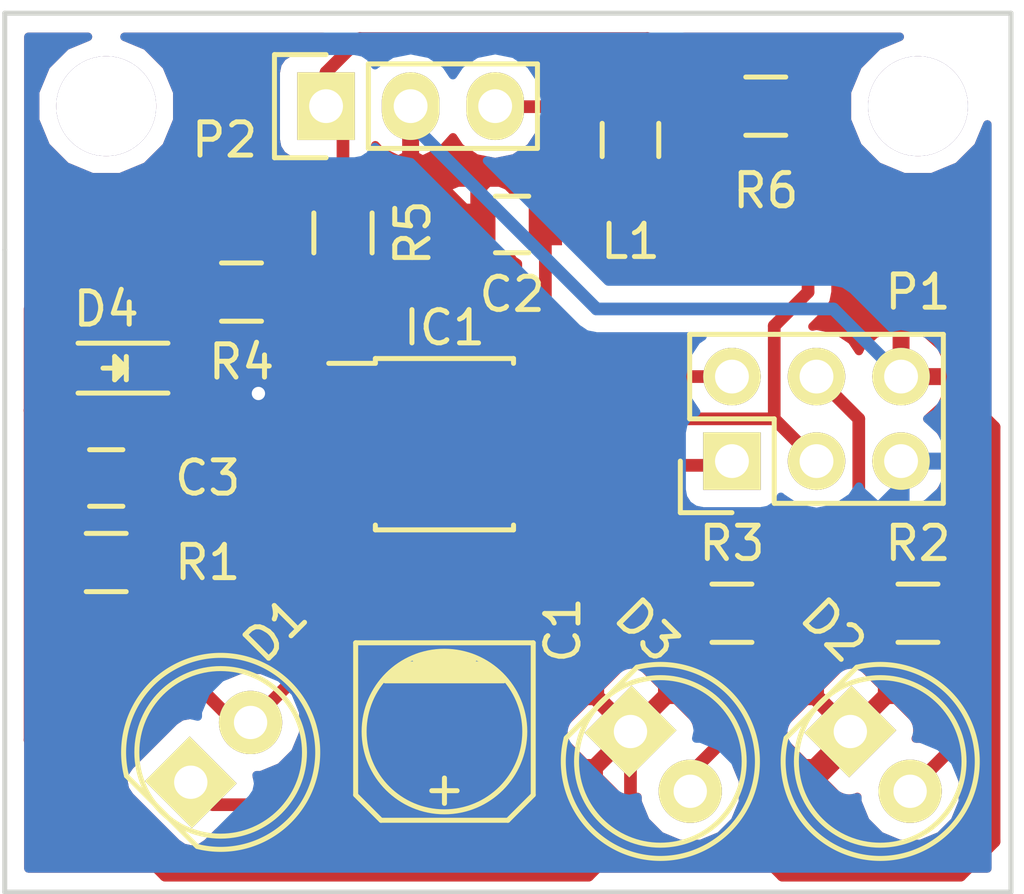
<source format=kicad_pcb>
(kicad_pcb (version 4) (host pcbnew 4.0.1-stable)

  (general
    (links 32)
    (no_connects 0)
    (area 122.593499 92.4105 154.69138 121.233001)
    (thickness 1.6)
    (drawings 5)
    (tracks 133)
    (zones 0)
    (modules 19)
    (nets 16)
  )

  (page A4)
  (layers
    (0 F.Cu signal)
    (31 B.Cu signal)
    (32 B.Adhes user)
    (33 F.Adhes user)
    (34 B.Paste user)
    (35 F.Paste user)
    (36 B.SilkS user)
    (37 F.SilkS user)
    (38 B.Mask user)
    (39 F.Mask user)
    (40 Dwgs.User user)
    (41 Cmts.User user)
    (42 Eco1.User user)
    (43 Eco2.User user)
    (44 Edge.Cuts user)
    (45 Margin user)
    (46 B.CrtYd user)
    (47 F.CrtYd user)
    (48 B.Fab user)
    (49 F.Fab user)
  )

  (setup
    (last_trace_width 0.381)
    (user_trace_width 0.381)
    (user_trace_width 0.508)
    (trace_clearance 0.2)
    (zone_clearance 0.508)
    (zone_45_only no)
    (trace_min 0.2)
    (segment_width 0.2)
    (edge_width 0.15)
    (via_size 0.6)
    (via_drill 0.4)
    (via_min_size 0.4)
    (via_min_drill 0.3)
    (user_via 10.16 7.62)
    (uvia_size 0.3)
    (uvia_drill 0.1)
    (uvias_allowed no)
    (uvia_min_size 0.2)
    (uvia_min_drill 0.1)
    (pcb_text_width 0.3)
    (pcb_text_size 1.5 1.5)
    (mod_edge_width 0.15)
    (mod_text_size 0.000001 0.000001)
    (mod_text_width 0.15)
    (pad_size 1.4 1.4)
    (pad_drill 0.6)
    (pad_to_mask_clearance 0.2)
    (aux_axis_origin 0 0)
    (visible_elements FFFFFF7F)
    (pcbplotparams
      (layerselection 0x00030_80000001)
      (usegerberextensions false)
      (excludeedgelayer true)
      (linewidth 0.100000)
      (plotframeref false)
      (viasonmask false)
      (mode 1)
      (useauxorigin false)
      (hpglpennumber 1)
      (hpglpenspeed 20)
      (hpglpendiameter 15)
      (hpglpenoverlay 2)
      (psnegative false)
      (psa4output false)
      (plotreference true)
      (plotvalue true)
      (plotinvisibletext false)
      (padsonsilk false)
      (subtractmaskfromsilk false)
      (outputformat 1)
      (mirror false)
      (drillshape 1)
      (scaleselection 1)
      (outputdirectory ""))
  )

  (net 0 "")
  (net 1 "Net-(C1-Pad1)")
  (net 2 GND)
  (net 3 VCC)
  (net 4 "Net-(D2-Pad2)")
  (net 5 "Net-(D3-Pad2)")
  (net 6 "Net-(D4-Pad2)")
  (net 7 "Net-(IC1-Pad1)")
  (net 8 "Net-(IC1-Pad2)")
  (net 9 "Net-(IC1-Pad5)")
  (net 10 "Net-(IC1-Pad6)")
  (net 11 "Net-(IC1-Pad7)")
  (net 12 "Net-(L1-Pad2)")
  (net 13 "Net-(P2-Pad1)")
  (net 14 "Net-(W1-Pad1)")
  (net 15 "Net-(W2-Pad1)")

  (net_class Default "This is the default net class."
    (clearance 0.2)
    (trace_width 0.25)
    (via_dia 0.6)
    (via_drill 0.4)
    (uvia_dia 0.3)
    (uvia_drill 0.1)
    (add_net GND)
    (add_net "Net-(C1-Pad1)")
    (add_net "Net-(D2-Pad2)")
    (add_net "Net-(D3-Pad2)")
    (add_net "Net-(D4-Pad2)")
    (add_net "Net-(IC1-Pad1)")
    (add_net "Net-(IC1-Pad2)")
    (add_net "Net-(IC1-Pad5)")
    (add_net "Net-(IC1-Pad6)")
    (add_net "Net-(IC1-Pad7)")
    (add_net "Net-(L1-Pad2)")
    (add_net "Net-(P2-Pad1)")
    (add_net "Net-(W1-Pad1)")
    (add_net "Net-(W2-Pad1)")
    (add_net VCC)
  )

  (module Capacitors_SMD:c_elec_5x5.7 (layer F.Cu) (tedit 56F6EDE5) (tstamp 56F75140)
    (at 136.144 116.332 270)
    (descr "SMT capacitor, aluminium electrolytic, 5x5.7")
    (path /56E9FDD8)
    (attr smd)
    (fp_text reference C1 (at -3.048 -3.556 270) (layer F.SilkS)
      (effects (font (size 1 1) (thickness 0.15)))
    )
    (fp_text value "22uF 25v" (at 0 3.81 270) (layer F.Fab) hide
      (effects (font (size 1 1) (thickness 0.15)))
    )
    (fp_line (start -3.95 -3) (end 3.95 -3) (layer F.CrtYd) (width 0.05))
    (fp_line (start 3.95 -3) (end 3.95 3) (layer F.CrtYd) (width 0.05))
    (fp_line (start 3.95 3) (end -3.95 3) (layer F.CrtYd) (width 0.05))
    (fp_line (start -3.95 3) (end -3.95 -3) (layer F.CrtYd) (width 0.05))
    (fp_line (start -2.286 -0.635) (end -2.286 0.762) (layer F.SilkS) (width 0.15))
    (fp_line (start -2.159 -0.889) (end -2.159 0.889) (layer F.SilkS) (width 0.15))
    (fp_line (start -2.032 -1.27) (end -2.032 1.27) (layer F.SilkS) (width 0.15))
    (fp_line (start -1.905 1.397) (end -1.905 -1.397) (layer F.SilkS) (width 0.15))
    (fp_line (start -1.778 -1.524) (end -1.778 1.524) (layer F.SilkS) (width 0.15))
    (fp_line (start -1.651 1.651) (end -1.651 -1.651) (layer F.SilkS) (width 0.15))
    (fp_line (start -1.524 -1.778) (end -1.524 1.778) (layer F.SilkS) (width 0.15))
    (fp_line (start -2.667 -2.667) (end 1.905 -2.667) (layer F.SilkS) (width 0.15))
    (fp_line (start 1.905 -2.667) (end 2.667 -1.905) (layer F.SilkS) (width 0.15))
    (fp_line (start 2.667 -1.905) (end 2.667 1.905) (layer F.SilkS) (width 0.15))
    (fp_line (start 2.667 1.905) (end 1.905 2.667) (layer F.SilkS) (width 0.15))
    (fp_line (start 1.905 2.667) (end -2.667 2.667) (layer F.SilkS) (width 0.15))
    (fp_line (start -2.667 2.667) (end -2.667 -2.667) (layer F.SilkS) (width 0.15))
    (fp_line (start 2.159 0) (end 1.397 0) (layer F.SilkS) (width 0.15))
    (fp_line (start 1.778 -0.381) (end 1.778 0.381) (layer F.SilkS) (width 0.15))
    (fp_circle (center 0 0) (end -2.413 0) (layer F.SilkS) (width 0.15))
    (pad 1 smd rect (at 2.19964 0 270) (size 2.99974 1.6002) (layers F.Cu F.Paste F.Mask)
      (net 1 "Net-(C1-Pad1)"))
    (pad 2 smd rect (at -2.19964 0 270) (size 2.99974 1.6002) (layers F.Cu F.Paste F.Mask)
      (net 2 GND))
    (model Capacitors_SMD.3dshapes/c_elec_5x5.7.wrl
      (at (xyz 0 0 0))
      (scale (xyz 1 1 1))
      (rotate (xyz 0 0 0))
    )
  )

  (module Capacitors_SMD:C_0805 (layer F.Cu) (tedit 56F6ECA1) (tstamp 56F7514C)
    (at 138.176 101.092 180)
    (descr "Capacitor SMD 0805, reflow soldering, AVX (see smccp.pdf)")
    (tags "capacitor 0805")
    (path /56E9FE32)
    (attr smd)
    (fp_text reference C2 (at 0 -2.1 180) (layer F.SilkS)
      (effects (font (size 1 1) (thickness 0.15)))
    )
    (fp_text value 100nF (at 0 2.1 180) (layer F.Fab) hide
      (effects (font (size 1 1) (thickness 0.15)))
    )
    (fp_line (start -1.8 -1) (end 1.8 -1) (layer F.CrtYd) (width 0.05))
    (fp_line (start -1.8 1) (end 1.8 1) (layer F.CrtYd) (width 0.05))
    (fp_line (start -1.8 -1) (end -1.8 1) (layer F.CrtYd) (width 0.05))
    (fp_line (start 1.8 -1) (end 1.8 1) (layer F.CrtYd) (width 0.05))
    (fp_line (start 0.5 -0.85) (end -0.5 -0.85) (layer F.SilkS) (width 0.15))
    (fp_line (start -0.5 0.85) (end 0.5 0.85) (layer F.SilkS) (width 0.15))
    (pad 1 smd rect (at -1 0 180) (size 1 1.25) (layers F.Cu F.Paste F.Mask)
      (net 1 "Net-(C1-Pad1)"))
    (pad 2 smd rect (at 1 0 180) (size 1 1.25) (layers F.Cu F.Paste F.Mask)
      (net 2 GND))
    (model Capacitors_SMD.3dshapes/C_0805.wrl
      (at (xyz 0 0 0))
      (scale (xyz 1 1 1))
      (rotate (xyz 0 0 0))
    )
  )

  (module Capacitors_SMD:C_0805 (layer F.Cu) (tedit 56F6F363) (tstamp 56F75158)
    (at 125.984 108.712)
    (descr "Capacitor SMD 0805, reflow soldering, AVX (see smccp.pdf)")
    (tags "capacitor 0805")
    (path /56E9FF0F)
    (attr smd)
    (fp_text reference C3 (at 3.048 0) (layer F.SilkS)
      (effects (font (size 1 1) (thickness 0.15)))
    )
    (fp_text value 1nF (at 0 2.1) (layer F.Fab) hide
      (effects (font (size 1 1) (thickness 0.15)))
    )
    (fp_line (start -1.8 -1) (end 1.8 -1) (layer F.CrtYd) (width 0.05))
    (fp_line (start -1.8 1) (end 1.8 1) (layer F.CrtYd) (width 0.05))
    (fp_line (start -1.8 -1) (end -1.8 1) (layer F.CrtYd) (width 0.05))
    (fp_line (start 1.8 -1) (end 1.8 1) (layer F.CrtYd) (width 0.05))
    (fp_line (start 0.5 -0.85) (end -0.5 -0.85) (layer F.SilkS) (width 0.15))
    (fp_line (start -0.5 0.85) (end 0.5 0.85) (layer F.SilkS) (width 0.15))
    (pad 1 smd rect (at -1 0) (size 1 1.25) (layers F.Cu F.Paste F.Mask)
      (net 3 VCC))
    (pad 2 smd rect (at 1 0) (size 1 1.25) (layers F.Cu F.Paste F.Mask)
      (net 2 GND))
    (model Capacitors_SMD.3dshapes/C_0805.wrl
      (at (xyz 0 0 0))
      (scale (xyz 1 1 1))
      (rotate (xyz 0 0 0))
    )
  )

  (module LEDs:LED-5MM (layer F.Cu) (tedit 56F6EDF2) (tstamp 56F75164)
    (at 128.524 117.856 45)
    (descr "LED 5mm round vertical")
    (tags "LED 5mm round vertical")
    (path /56EA38D2)
    (fp_text reference D1 (at 5.028943 -1.436841 45) (layer F.SilkS)
      (effects (font (size 1 1) (thickness 0.15)))
    )
    (fp_text value SFH3100F (at 1.524 -3.937 45) (layer F.Fab) hide
      (effects (font (size 1 1) (thickness 0.15)))
    )
    (fp_line (start -1.5 -1.55) (end -1.5 1.55) (layer F.CrtYd) (width 0.05))
    (fp_arc (start 1.3 0) (end -1.5 1.55) (angle -302) (layer F.CrtYd) (width 0.05))
    (fp_arc (start 1.27 0) (end -1.23 -1.5) (angle 297.5) (layer F.SilkS) (width 0.15))
    (fp_line (start -1.23 1.5) (end -1.23 -1.5) (layer F.SilkS) (width 0.15))
    (fp_circle (center 1.27 0) (end 0.97 -2.5) (layer F.SilkS) (width 0.15))
    (fp_text user K (at -1.905 1.905 45) (layer F.SilkS) hide
      (effects (font (size 1 1) (thickness 0.15)))
    )
    (pad 1 thru_hole rect (at 0 0 135) (size 2 1.9) (drill 1.00076) (layers *.Cu *.Mask F.SilkS)
      (net 1 "Net-(C1-Pad1)"))
    (pad 2 thru_hole circle (at 2.54 0 45) (size 1.9 1.9) (drill 1.00076) (layers *.Cu *.Mask F.SilkS)
      (net 3 VCC))
    (model LEDs.3dshapes/LED-5MM.wrl
      (at (xyz 0.05 0 0))
      (scale (xyz 1 1 1))
      (rotate (xyz 0 0 90))
    )
  )

  (module LEDs:LED-5MM (layer F.Cu) (tedit 56F6EDF9) (tstamp 56F75170)
    (at 148.336 116.332 315)
    (descr "LED 5mm round vertical")
    (tags "LED 5mm round vertical")
    (path /56E9FFED)
    (fp_text reference D2 (at -2.514472 -1.796051 315) (layer F.SilkS)
      (effects (font (size 1 1) (thickness 0.15)))
    )
    (fp_text value IR1 (at 1.524 -3.937 315) (layer F.Fab) hide
      (effects (font (size 1 1) (thickness 0.15)))
    )
    (fp_line (start -1.5 -1.55) (end -1.5 1.55) (layer F.CrtYd) (width 0.05))
    (fp_arc (start 1.3 0) (end -1.5 1.55) (angle -302) (layer F.CrtYd) (width 0.05))
    (fp_arc (start 1.27 0) (end -1.23 -1.5) (angle 297.5) (layer F.SilkS) (width 0.15))
    (fp_line (start -1.23 1.5) (end -1.23 -1.5) (layer F.SilkS) (width 0.15))
    (fp_circle (center 1.27 0) (end 0.97 -2.5) (layer F.SilkS) (width 0.15))
    (fp_text user K (at -1.905 1.905 315) (layer F.SilkS) hide
      (effects (font (size 1 1) (thickness 0.15)))
    )
    (pad 1 thru_hole rect (at 0 0 45) (size 2 1.9) (drill 1.00076) (layers *.Cu *.Mask F.SilkS)
      (net 2 GND))
    (pad 2 thru_hole circle (at 2.54 0 315) (size 1.9 1.9) (drill 1.00076) (layers *.Cu *.Mask F.SilkS)
      (net 4 "Net-(D2-Pad2)"))
    (model LEDs.3dshapes/LED-5MM.wrl
      (at (xyz 0.05 0 0))
      (scale (xyz 1 1 1))
      (rotate (xyz 0 0 90))
    )
  )

  (module LEDs:LED-5MM (layer F.Cu) (tedit 56F6EDE8) (tstamp 56F7517C)
    (at 141.732 116.332 315)
    (descr "LED 5mm round vertical")
    (tags "LED 5mm round vertical")
    (path /56EA003D)
    (fp_text reference D3 (at -1.796051 -2.514472 315) (layer F.SilkS)
      (effects (font (size 1 1) (thickness 0.15)))
    )
    (fp_text value IR2 (at 1.524 -3.937 315) (layer F.Fab) hide
      (effects (font (size 1 1) (thickness 0.15)))
    )
    (fp_line (start -1.5 -1.55) (end -1.5 1.55) (layer F.CrtYd) (width 0.05))
    (fp_arc (start 1.3 0) (end -1.5 1.55) (angle -302) (layer F.CrtYd) (width 0.05))
    (fp_arc (start 1.27 0) (end -1.23 -1.5) (angle 297.5) (layer F.SilkS) (width 0.15))
    (fp_line (start -1.23 1.5) (end -1.23 -1.5) (layer F.SilkS) (width 0.15))
    (fp_circle (center 1.27 0) (end 0.97 -2.5) (layer F.SilkS) (width 0.15))
    (fp_text user K (at -1.905 1.905 315) (layer F.SilkS) hide
      (effects (font (size 1 1) (thickness 0.15)))
    )
    (pad 1 thru_hole rect (at 0 0 45) (size 2 1.9) (drill 1.00076) (layers *.Cu *.Mask F.SilkS)
      (net 2 GND))
    (pad 2 thru_hole circle (at 2.54 0 315) (size 1.9 1.9) (drill 1.00076) (layers *.Cu *.Mask F.SilkS)
      (net 5 "Net-(D3-Pad2)"))
    (model LEDs.3dshapes/LED-5MM.wrl
      (at (xyz 0.05 0 0))
      (scale (xyz 1 1 1))
      (rotate (xyz 0 0 90))
    )
  )

  (module LEDs:LED_0805 (layer F.Cu) (tedit 56F6F361) (tstamp 56F7518F)
    (at 126.238 105.41 180)
    (descr "LED 0805 smd package")
    (tags "LED 0805 SMD")
    (path /56EA0088)
    (attr smd)
    (fp_text reference D4 (at 0.254 1.778 180) (layer F.SilkS)
      (effects (font (size 1 1) (thickness 0.15)))
    )
    (fp_text value PWR (at 0 1.75 180) (layer F.Fab) hide
      (effects (font (size 1 1) (thickness 0.15)))
    )
    (fp_line (start -1.6 0.75) (end 1.1 0.75) (layer F.SilkS) (width 0.15))
    (fp_line (start -1.6 -0.75) (end 1.1 -0.75) (layer F.SilkS) (width 0.15))
    (fp_line (start -0.1 0.15) (end -0.1 -0.1) (layer F.SilkS) (width 0.15))
    (fp_line (start -0.1 -0.1) (end -0.25 0.05) (layer F.SilkS) (width 0.15))
    (fp_line (start -0.35 -0.35) (end -0.35 0.35) (layer F.SilkS) (width 0.15))
    (fp_line (start 0 0) (end 0.35 0) (layer F.SilkS) (width 0.15))
    (fp_line (start -0.35 0) (end 0 -0.35) (layer F.SilkS) (width 0.15))
    (fp_line (start 0 -0.35) (end 0 0.35) (layer F.SilkS) (width 0.15))
    (fp_line (start 0 0.35) (end -0.35 0) (layer F.SilkS) (width 0.15))
    (fp_line (start 1.9 -0.95) (end 1.9 0.95) (layer F.CrtYd) (width 0.05))
    (fp_line (start 1.9 0.95) (end -1.9 0.95) (layer F.CrtYd) (width 0.05))
    (fp_line (start -1.9 0.95) (end -1.9 -0.95) (layer F.CrtYd) (width 0.05))
    (fp_line (start -1.9 -0.95) (end 1.9 -0.95) (layer F.CrtYd) (width 0.05))
    (pad 2 smd rect (at 1.04902 0) (size 1.19888 1.19888) (layers F.Cu F.Paste F.Mask)
      (net 6 "Net-(D4-Pad2)"))
    (pad 1 smd rect (at -1.04902 0) (size 1.19888 1.19888) (layers F.Cu F.Paste F.Mask)
      (net 2 GND))
    (model LEDs.3dshapes/LED_0805.wrl
      (at (xyz 0 0 0))
      (scale (xyz 1 1 1))
      (rotate (xyz 0 0 0))
    )
  )

  (module Housings_SOIC:SOIC-8_3.9x4.9mm_Pitch1.27mm (layer F.Cu) (tedit 56F6EC24) (tstamp 56F751A6)
    (at 136.144 107.696)
    (descr "8-Lead Plastic Small Outline (SN) - Narrow, 3.90 mm Body [SOIC] (see Microchip Packaging Specification 00000049BS.pdf)")
    (tags "SOIC 1.27")
    (path /56E9FD4A)
    (attr smd)
    (fp_text reference IC1 (at 0 -3.5) (layer F.SilkS)
      (effects (font (size 1 1) (thickness 0.15)))
    )
    (fp_text value ATTINY25-SS (at 0 3.5) (layer F.Fab) hide
      (effects (font (size 1 1) (thickness 0.15)))
    )
    (fp_line (start -3.75 -2.75) (end -3.75 2.75) (layer F.CrtYd) (width 0.05))
    (fp_line (start 3.75 -2.75) (end 3.75 2.75) (layer F.CrtYd) (width 0.05))
    (fp_line (start -3.75 -2.75) (end 3.75 -2.75) (layer F.CrtYd) (width 0.05))
    (fp_line (start -3.75 2.75) (end 3.75 2.75) (layer F.CrtYd) (width 0.05))
    (fp_line (start -2.075 -2.575) (end -2.075 -2.43) (layer F.SilkS) (width 0.15))
    (fp_line (start 2.075 -2.575) (end 2.075 -2.43) (layer F.SilkS) (width 0.15))
    (fp_line (start 2.075 2.575) (end 2.075 2.43) (layer F.SilkS) (width 0.15))
    (fp_line (start -2.075 2.575) (end -2.075 2.43) (layer F.SilkS) (width 0.15))
    (fp_line (start -2.075 -2.575) (end 2.075 -2.575) (layer F.SilkS) (width 0.15))
    (fp_line (start -2.075 2.575) (end 2.075 2.575) (layer F.SilkS) (width 0.15))
    (fp_line (start -2.075 -2.43) (end -3.475 -2.43) (layer F.SilkS) (width 0.15))
    (pad 1 smd rect (at -2.7 -1.905) (size 1.55 0.6) (layers F.Cu F.Paste F.Mask)
      (net 7 "Net-(IC1-Pad1)"))
    (pad 2 smd rect (at -2.7 -0.635) (size 1.55 0.6) (layers F.Cu F.Paste F.Mask)
      (net 8 "Net-(IC1-Pad2)"))
    (pad 3 smd rect (at -2.7 0.635) (size 1.55 0.6) (layers F.Cu F.Paste F.Mask)
      (net 3 VCC))
    (pad 4 smd rect (at -2.7 1.905) (size 1.55 0.6) (layers F.Cu F.Paste F.Mask)
      (net 2 GND))
    (pad 5 smd rect (at 2.7 1.905) (size 1.55 0.6) (layers F.Cu F.Paste F.Mask)
      (net 9 "Net-(IC1-Pad5)"))
    (pad 6 smd rect (at 2.7 0.635) (size 1.55 0.6) (layers F.Cu F.Paste F.Mask)
      (net 10 "Net-(IC1-Pad6)"))
    (pad 7 smd rect (at 2.7 -0.635) (size 1.55 0.6) (layers F.Cu F.Paste F.Mask)
      (net 11 "Net-(IC1-Pad7)"))
    (pad 8 smd rect (at 2.7 -1.905) (size 1.55 0.6) (layers F.Cu F.Paste F.Mask)
      (net 1 "Net-(C1-Pad1)"))
    (model Housings_SOIC.3dshapes/SOIC-8_3.9x4.9mm_Pitch1.27mm.wrl
      (at (xyz 0 0 0))
      (scale (xyz 1 1 1))
      (rotate (xyz 0 0 0))
    )
  )

  (module Capacitors_SMD:C_0805 (layer F.Cu) (tedit 56F6EEAE) (tstamp 56F751B2)
    (at 141.732 98.552 90)
    (descr "Capacitor SMD 0805, reflow soldering, AVX (see smccp.pdf)")
    (tags "capacitor 0805")
    (path /56EA0229)
    (attr smd)
    (fp_text reference L1 (at -3.048 0 180) (layer F.SilkS)
      (effects (font (size 1 1) (thickness 0.15)))
    )
    (fp_text value 1uH (at 0 2.1 90) (layer F.Fab) hide
      (effects (font (size 1 1) (thickness 0.15)))
    )
    (fp_line (start -1.8 -1) (end 1.8 -1) (layer F.CrtYd) (width 0.05))
    (fp_line (start -1.8 1) (end 1.8 1) (layer F.CrtYd) (width 0.05))
    (fp_line (start -1.8 -1) (end -1.8 1) (layer F.CrtYd) (width 0.05))
    (fp_line (start 1.8 -1) (end 1.8 1) (layer F.CrtYd) (width 0.05))
    (fp_line (start 0.5 -0.85) (end -0.5 -0.85) (layer F.SilkS) (width 0.15))
    (fp_line (start -0.5 0.85) (end 0.5 0.85) (layer F.SilkS) (width 0.15))
    (pad 1 smd rect (at -1 0 90) (size 1 1.25) (layers F.Cu F.Paste F.Mask)
      (net 1 "Net-(C1-Pad1)"))
    (pad 2 smd rect (at 1 0 90) (size 1 1.25) (layers F.Cu F.Paste F.Mask)
      (net 12 "Net-(L1-Pad2)"))
    (model Capacitors_SMD.3dshapes/C_0805.wrl
      (at (xyz 0 0 0))
      (scale (xyz 1 1 1))
      (rotate (xyz 0 0 0))
    )
  )

  (module Pin_Headers:Pin_Header_Straight_2x03 (layer F.Cu) (tedit 56F6EBDC) (tstamp 56F751C9)
    (at 144.78 108.204 90)
    (descr "Through hole pin header")
    (tags "pin header")
    (path /56EA00EB)
    (fp_text reference P1 (at 5.08 5.588 180) (layer F.SilkS)
      (effects (font (size 1 1) (thickness 0.15)))
    )
    (fp_text value AVR_ISP (at 0 -3.1 90) (layer F.Fab) hide
      (effects (font (size 1 1) (thickness 0.15)))
    )
    (fp_line (start -1.27 1.27) (end -1.27 6.35) (layer F.SilkS) (width 0.15))
    (fp_line (start -1.55 -1.55) (end 0 -1.55) (layer F.SilkS) (width 0.15))
    (fp_line (start -1.75 -1.75) (end -1.75 6.85) (layer F.CrtYd) (width 0.05))
    (fp_line (start 4.3 -1.75) (end 4.3 6.85) (layer F.CrtYd) (width 0.05))
    (fp_line (start -1.75 -1.75) (end 4.3 -1.75) (layer F.CrtYd) (width 0.05))
    (fp_line (start -1.75 6.85) (end 4.3 6.85) (layer F.CrtYd) (width 0.05))
    (fp_line (start 1.27 -1.27) (end 1.27 1.27) (layer F.SilkS) (width 0.15))
    (fp_line (start 1.27 1.27) (end -1.27 1.27) (layer F.SilkS) (width 0.15))
    (fp_line (start -1.27 6.35) (end 3.81 6.35) (layer F.SilkS) (width 0.15))
    (fp_line (start 3.81 6.35) (end 3.81 1.27) (layer F.SilkS) (width 0.15))
    (fp_line (start -1.55 -1.55) (end -1.55 0) (layer F.SilkS) (width 0.15))
    (fp_line (start 3.81 -1.27) (end 1.27 -1.27) (layer F.SilkS) (width 0.15))
    (fp_line (start 3.81 1.27) (end 3.81 -1.27) (layer F.SilkS) (width 0.15))
    (pad 1 thru_hole rect (at 0 0 90) (size 1.7272 1.7272) (drill 1.016) (layers *.Cu *.Mask F.SilkS)
      (net 10 "Net-(IC1-Pad6)"))
    (pad 2 thru_hole oval (at 2.54 0 90) (size 1.7272 1.7272) (drill 1.016) (layers *.Cu *.Mask F.SilkS)
      (net 1 "Net-(C1-Pad1)"))
    (pad 3 thru_hole oval (at 0 2.54 90) (size 1.7272 1.7272) (drill 1.016) (layers *.Cu *.Mask F.SilkS)
      (net 11 "Net-(IC1-Pad7)"))
    (pad 4 thru_hole oval (at 2.54 2.54 90) (size 1.7272 1.7272) (drill 1.016) (layers *.Cu *.Mask F.SilkS)
      (net 9 "Net-(IC1-Pad5)"))
    (pad 5 thru_hole oval (at 0 5.08 90) (size 1.7272 1.7272) (drill 1.016) (layers *.Cu *.Mask F.SilkS)
      (net 7 "Net-(IC1-Pad1)"))
    (pad 6 thru_hole oval (at 2.54 5.08 90) (size 1.7272 1.7272) (drill 1.016) (layers *.Cu *.Mask F.SilkS)
      (net 2 GND))
    (model Pin_Headers.3dshapes/Pin_Header_Straight_2x03.wrl
      (at (xyz 0.05 -0.1 0))
      (scale (xyz 1 1 1))
      (rotate (xyz 0 0 90))
    )
  )

  (module Pin_Headers:Pin_Header_Straight_1x03 (layer F.Cu) (tedit 56F6EBE1) (tstamp 56F751DB)
    (at 132.588 97.536 90)
    (descr "Through hole pin header")
    (tags "pin header")
    (path /56EA01E2)
    (fp_text reference P2 (at -1.016 -3.048 180) (layer F.SilkS)
      (effects (font (size 1 1) (thickness 0.15)))
    )
    (fp_text value OUT (at 0 -3.1 90) (layer F.Fab) hide
      (effects (font (size 1 1) (thickness 0.15)))
    )
    (fp_line (start -1.75 -1.75) (end -1.75 6.85) (layer F.CrtYd) (width 0.05))
    (fp_line (start 1.75 -1.75) (end 1.75 6.85) (layer F.CrtYd) (width 0.05))
    (fp_line (start -1.75 -1.75) (end 1.75 -1.75) (layer F.CrtYd) (width 0.05))
    (fp_line (start -1.75 6.85) (end 1.75 6.85) (layer F.CrtYd) (width 0.05))
    (fp_line (start -1.27 1.27) (end -1.27 6.35) (layer F.SilkS) (width 0.15))
    (fp_line (start -1.27 6.35) (end 1.27 6.35) (layer F.SilkS) (width 0.15))
    (fp_line (start 1.27 6.35) (end 1.27 1.27) (layer F.SilkS) (width 0.15))
    (fp_line (start 1.55 -1.55) (end 1.55 0) (layer F.SilkS) (width 0.15))
    (fp_line (start 1.27 1.27) (end -1.27 1.27) (layer F.SilkS) (width 0.15))
    (fp_line (start -1.55 0) (end -1.55 -1.55) (layer F.SilkS) (width 0.15))
    (fp_line (start -1.55 -1.55) (end 1.55 -1.55) (layer F.SilkS) (width 0.15))
    (pad 1 thru_hole rect (at 0 0 90) (size 2.032 1.7272) (drill 1.016) (layers *.Cu *.Mask F.SilkS)
      (net 13 "Net-(P2-Pad1)"))
    (pad 2 thru_hole oval (at 0 2.54 90) (size 2.032 1.7272) (drill 1.016) (layers *.Cu *.Mask F.SilkS)
      (net 2 GND))
    (pad 3 thru_hole oval (at 0 5.08 90) (size 2.032 1.7272) (drill 1.016) (layers *.Cu *.Mask F.SilkS)
      (net 12 "Net-(L1-Pad2)"))
    (model Pin_Headers.3dshapes/Pin_Header_Straight_1x03.wrl
      (at (xyz 0 -0.1 0))
      (scale (xyz 1 1 1))
      (rotate (xyz 0 0 90))
    )
  )

  (module Resistors_SMD:R_0805 (layer F.Cu) (tedit 56F6F367) (tstamp 56F751E7)
    (at 125.984 111.252)
    (descr "Resistor SMD 0805, reflow soldering, Vishay (see dcrcw.pdf)")
    (tags "resistor 0805")
    (path /56E9FD98)
    (attr smd)
    (fp_text reference R1 (at 3.048 0) (layer F.SilkS)
      (effects (font (size 1 1) (thickness 0.15)))
    )
    (fp_text value 6k8 (at 0 2.1) (layer F.Fab) hide
      (effects (font (size 1 1) (thickness 0.15)))
    )
    (fp_line (start -1.6 -1) (end 1.6 -1) (layer F.CrtYd) (width 0.05))
    (fp_line (start -1.6 1) (end 1.6 1) (layer F.CrtYd) (width 0.05))
    (fp_line (start -1.6 -1) (end -1.6 1) (layer F.CrtYd) (width 0.05))
    (fp_line (start 1.6 -1) (end 1.6 1) (layer F.CrtYd) (width 0.05))
    (fp_line (start 0.6 0.875) (end -0.6 0.875) (layer F.SilkS) (width 0.15))
    (fp_line (start -0.6 -0.875) (end 0.6 -0.875) (layer F.SilkS) (width 0.15))
    (pad 1 smd rect (at -0.95 0) (size 0.7 1.3) (layers F.Cu F.Paste F.Mask)
      (net 3 VCC))
    (pad 2 smd rect (at 0.95 0) (size 0.7 1.3) (layers F.Cu F.Paste F.Mask)
      (net 2 GND))
    (model Resistors_SMD.3dshapes/R_0805.wrl
      (at (xyz 0 0 0))
      (scale (xyz 1 1 1))
      (rotate (xyz 0 0 0))
    )
  )

  (module Resistors_SMD:R_0805 (layer F.Cu) (tedit 56F6ECA6) (tstamp 56F751F3)
    (at 150.368 112.776)
    (descr "Resistor SMD 0805, reflow soldering, Vishay (see dcrcw.pdf)")
    (tags "resistor 0805")
    (path /56E9FF4F)
    (attr smd)
    (fp_text reference R2 (at 0 -2.1) (layer F.SilkS)
      (effects (font (size 1 1) (thickness 0.15)))
    )
    (fp_text value 866R (at 0 2.1) (layer F.Fab) hide
      (effects (font (size 1 1) (thickness 0.15)))
    )
    (fp_line (start -1.6 -1) (end 1.6 -1) (layer F.CrtYd) (width 0.05))
    (fp_line (start -1.6 1) (end 1.6 1) (layer F.CrtYd) (width 0.05))
    (fp_line (start -1.6 -1) (end -1.6 1) (layer F.CrtYd) (width 0.05))
    (fp_line (start 1.6 -1) (end 1.6 1) (layer F.CrtYd) (width 0.05))
    (fp_line (start 0.6 0.875) (end -0.6 0.875) (layer F.SilkS) (width 0.15))
    (fp_line (start -0.6 -0.875) (end 0.6 -0.875) (layer F.SilkS) (width 0.15))
    (pad 1 smd rect (at -0.95 0) (size 0.7 1.3) (layers F.Cu F.Paste F.Mask)
      (net 9 "Net-(IC1-Pad5)"))
    (pad 2 smd rect (at 0.95 0) (size 0.7 1.3) (layers F.Cu F.Paste F.Mask)
      (net 4 "Net-(D2-Pad2)"))
    (model Resistors_SMD.3dshapes/R_0805.wrl
      (at (xyz 0 0 0))
      (scale (xyz 1 1 1))
      (rotate (xyz 0 0 0))
    )
  )

  (module Resistors_SMD:R_0805 (layer F.Cu) (tedit 56F6ECBD) (tstamp 56F751FF)
    (at 144.78 112.776)
    (descr "Resistor SMD 0805, reflow soldering, Vishay (see dcrcw.pdf)")
    (tags "resistor 0805")
    (path /56E9FF88)
    (attr smd)
    (fp_text reference R3 (at 0 -2.1) (layer F.SilkS)
      (effects (font (size 1 1) (thickness 0.15)))
    )
    (fp_text value 1k (at 0 2.1) (layer F.Fab) hide
      (effects (font (size 1 1) (thickness 0.15)))
    )
    (fp_line (start -1.6 -1) (end 1.6 -1) (layer F.CrtYd) (width 0.05))
    (fp_line (start -1.6 1) (end 1.6 1) (layer F.CrtYd) (width 0.05))
    (fp_line (start -1.6 -1) (end -1.6 1) (layer F.CrtYd) (width 0.05))
    (fp_line (start 1.6 -1) (end 1.6 1) (layer F.CrtYd) (width 0.05))
    (fp_line (start 0.6 0.875) (end -0.6 0.875) (layer F.SilkS) (width 0.15))
    (fp_line (start -0.6 -0.875) (end 0.6 -0.875) (layer F.SilkS) (width 0.15))
    (pad 1 smd rect (at -0.95 0) (size 0.7 1.3) (layers F.Cu F.Paste F.Mask)
      (net 10 "Net-(IC1-Pad6)"))
    (pad 2 smd rect (at 0.95 0) (size 0.7 1.3) (layers F.Cu F.Paste F.Mask)
      (net 5 "Net-(D3-Pad2)"))
    (model Resistors_SMD.3dshapes/R_0805.wrl
      (at (xyz 0 0 0))
      (scale (xyz 1 1 1))
      (rotate (xyz 0 0 0))
    )
  )

  (module Resistors_SMD:R_0805 (layer F.Cu) (tedit 56F6ECA9) (tstamp 56F7520B)
    (at 130.048 103.124 180)
    (descr "Resistor SMD 0805, reflow soldering, Vishay (see dcrcw.pdf)")
    (tags "resistor 0805")
    (path /56E9FFB3)
    (attr smd)
    (fp_text reference R4 (at 0 -2.1 180) (layer F.SilkS)
      (effects (font (size 1 1) (thickness 0.15)))
    )
    (fp_text value 330R (at 0 2.1 180) (layer F.Fab) hide
      (effects (font (size 1 1) (thickness 0.15)))
    )
    (fp_line (start -1.6 -1) (end 1.6 -1) (layer F.CrtYd) (width 0.05))
    (fp_line (start -1.6 1) (end 1.6 1) (layer F.CrtYd) (width 0.05))
    (fp_line (start -1.6 -1) (end -1.6 1) (layer F.CrtYd) (width 0.05))
    (fp_line (start 1.6 -1) (end 1.6 1) (layer F.CrtYd) (width 0.05))
    (fp_line (start 0.6 0.875) (end -0.6 0.875) (layer F.SilkS) (width 0.15))
    (fp_line (start -0.6 -0.875) (end 0.6 -0.875) (layer F.SilkS) (width 0.15))
    (pad 1 smd rect (at -0.95 0 180) (size 0.7 1.3) (layers F.Cu F.Paste F.Mask)
      (net 8 "Net-(IC1-Pad2)"))
    (pad 2 smd rect (at 0.95 0 180) (size 0.7 1.3) (layers F.Cu F.Paste F.Mask)
      (net 6 "Net-(D4-Pad2)"))
    (model Resistors_SMD.3dshapes/R_0805.wrl
      (at (xyz 0 0 0))
      (scale (xyz 1 1 1))
      (rotate (xyz 0 0 0))
    )
  )

  (module Resistors_SMD:R_0805 (layer F.Cu) (tedit 56F6ECB9) (tstamp 56F75217)
    (at 133.096 101.346 270)
    (descr "Resistor SMD 0805, reflow soldering, Vishay (see dcrcw.pdf)")
    (tags "resistor 0805")
    (path /56EA0147)
    (attr smd)
    (fp_text reference R5 (at 0 -2.1 270) (layer F.SilkS)
      (effects (font (size 1 1) (thickness 0.15)))
    )
    (fp_text value 3k (at 0 2.1 270) (layer F.Fab) hide
      (effects (font (size 1 1) (thickness 0.15)))
    )
    (fp_line (start -1.6 -1) (end 1.6 -1) (layer F.CrtYd) (width 0.05))
    (fp_line (start -1.6 1) (end 1.6 1) (layer F.CrtYd) (width 0.05))
    (fp_line (start -1.6 -1) (end -1.6 1) (layer F.CrtYd) (width 0.05))
    (fp_line (start 1.6 -1) (end 1.6 1) (layer F.CrtYd) (width 0.05))
    (fp_line (start 0.6 0.875) (end -0.6 0.875) (layer F.SilkS) (width 0.15))
    (fp_line (start -0.6 -0.875) (end 0.6 -0.875) (layer F.SilkS) (width 0.15))
    (pad 1 smd rect (at -0.95 0 270) (size 0.7 1.3) (layers F.Cu F.Paste F.Mask)
      (net 13 "Net-(P2-Pad1)"))
    (pad 2 smd rect (at 0.95 0 270) (size 0.7 1.3) (layers F.Cu F.Paste F.Mask)
      (net 8 "Net-(IC1-Pad2)"))
    (model Resistors_SMD.3dshapes/R_0805.wrl
      (at (xyz 0 0 0))
      (scale (xyz 1 1 1))
      (rotate (xyz 0 0 0))
    )
  )

  (module Resistors_SMD:R_0805 (layer F.Cu) (tedit 56F6EEB0) (tstamp 56F75223)
    (at 145.796 97.536)
    (descr "Resistor SMD 0805, reflow soldering, Vishay (see dcrcw.pdf)")
    (tags "resistor 0805")
    (path /56EA01A0)
    (attr smd)
    (fp_text reference R6 (at 0 2.54) (layer F.SilkS)
      (effects (font (size 1 1) (thickness 0.15)))
    )
    (fp_text value 3k3 (at 0 2.1) (layer F.Fab) hide
      (effects (font (size 1 1) (thickness 0.15)))
    )
    (fp_line (start -1.6 -1) (end 1.6 -1) (layer F.CrtYd) (width 0.05))
    (fp_line (start -1.6 1) (end 1.6 1) (layer F.CrtYd) (width 0.05))
    (fp_line (start -1.6 -1) (end -1.6 1) (layer F.CrtYd) (width 0.05))
    (fp_line (start 1.6 -1) (end 1.6 1) (layer F.CrtYd) (width 0.05))
    (fp_line (start 0.6 0.875) (end -0.6 0.875) (layer F.SilkS) (width 0.15))
    (fp_line (start -0.6 -0.875) (end 0.6 -0.875) (layer F.SilkS) (width 0.15))
    (pad 1 smd rect (at -0.95 0) (size 0.7 1.3) (layers F.Cu F.Paste F.Mask)
      (net 13 "Net-(P2-Pad1)"))
    (pad 2 smd rect (at 0.95 0) (size 0.7 1.3) (layers F.Cu F.Paste F.Mask)
      (net 11 "Net-(IC1-Pad7)"))
    (model Resistors_SMD.3dshapes/R_0805.wrl
      (at (xyz 0 0 0))
      (scale (xyz 1 1 1))
      (rotate (xyz 0 0 0))
    )
  )

  (module Mounting_Holes:MountingHole_3mm (layer F.Cu) (tedit 56F6ECB3) (tstamp 56F75228)
    (at 125.984 97.536)
    (descr "Mounting hole, Befestigungsbohrung, 3mm, No Annular, Kein Restring,")
    (tags "Mounting hole, Befestigungsbohrung, 3mm, No Annular, Kein Restring,")
    (path /56F6ED18)
    (fp_text reference W1 (at 0 -4.0005) (layer F.SilkS) hide
      (effects (font (size 1 1) (thickness 0.15)))
    )
    (fp_text value TEST_1P (at 1.00076 5.00126) (layer F.Fab) hide
      (effects (font (size 1 1) (thickness 0.15)))
    )
    (fp_circle (center 0 0) (end 3 0) (layer Cmts.User) (width 0.381))
    (pad 1 thru_hole circle (at 0 0) (size 3 3) (drill 3) (layers)
      (net 14 "Net-(W1-Pad1)"))
  )

  (module Mounting_Holes:MountingHole_3mm (layer F.Cu) (tedit 56F6ECB6) (tstamp 56F7522D)
    (at 150.368 97.536)
    (descr "Mounting hole, Befestigungsbohrung, 3mm, No Annular, Kein Restring,")
    (tags "Mounting hole, Befestigungsbohrung, 3mm, No Annular, Kein Restring,")
    (path /56F6ED5F)
    (fp_text reference W2 (at 0 -4.0005) (layer F.SilkS) hide
      (effects (font (size 1 1) (thickness 0.15)))
    )
    (fp_text value TEST_1P (at 1.00076 5.00126) (layer F.Fab) hide
      (effects (font (size 1 1) (thickness 0.15)))
    )
    (fp_circle (center 0 0) (end 3 0) (layer Cmts.User) (width 0.381))
    (pad 1 thru_hole circle (at 0 0) (size 3 3) (drill 3) (layers)
      (net 15 "Net-(W2-Pad1)"))
  )

  (gr_line (start 122.936 94.742) (end 122.936 101.854) (angle 90) (layer Edge.Cuts) (width 0.15))
  (gr_line (start 153.162 94.742) (end 122.936 94.742) (angle 90) (layer Edge.Cuts) (width 0.15))
  (gr_line (start 153.162 121.158) (end 153.162 94.742) (angle 90) (layer Edge.Cuts) (width 0.15))
  (gr_line (start 122.936 121.158) (end 153.162 121.158) (angle 90) (layer Edge.Cuts) (width 0.15))
  (gr_line (start 122.936 101.854) (end 122.936 121.158) (angle 90) (layer Edge.Cuts) (width 0.15))

  (segment (start 136.144 118.53164) (end 136.99236 118.53164) (width 0.381) (layer F.Cu) (net 1))
  (segment (start 137.541 105.791) (end 138.844 105.791) (width 0.381) (layer F.Cu) (net 1) (tstamp 56F759F9))
  (segment (start 136.398 106.934) (end 137.541 105.791) (width 0.381) (layer F.Cu) (net 1) (tstamp 56F759F8))
  (segment (start 136.398 108.204) (end 136.398 106.934) (width 0.381) (layer F.Cu) (net 1) (tstamp 56F759F7))
  (segment (start 136.144 108.458) (end 136.398 108.204) (width 0.381) (layer F.Cu) (net 1) (tstamp 56F759F6))
  (segment (start 136.144 110.744) (end 136.144 108.458) (width 0.381) (layer F.Cu) (net 1) (tstamp 56F759F5))
  (segment (start 138.176 112.776) (end 136.144 110.744) (width 0.381) (layer F.Cu) (net 1) (tstamp 56F759F4))
  (segment (start 138.176 117.348) (end 138.176 112.776) (width 0.381) (layer F.Cu) (net 1) (tstamp 56F759F3))
  (segment (start 136.99236 118.53164) (end 138.176 117.348) (width 0.381) (layer F.Cu) (net 1) (tstamp 56F759F2))
  (segment (start 139.176 101.092) (end 139.176 105.459) (width 0.381) (layer F.Cu) (net 1))
  (segment (start 139.176 105.459) (end 138.844 105.791) (width 0.381) (layer F.Cu) (net 1) (tstamp 56F759EE))
  (segment (start 141.732 99.552) (end 141.732 99.568) (width 0.381) (layer F.Cu) (net 1))
  (segment (start 144.78 105.664) (end 138.971 105.664) (width 0.381) (layer F.Cu) (net 1))
  (segment (start 138.971 105.664) (end 138.844 105.791) (width 0.381) (layer F.Cu) (net 1) (tstamp 56F758EC))
  (segment (start 141.732 99.552) (end 141.732 100.584) (width 0.381) (layer F.Cu) (net 1))
  (segment (start 141.224 101.092) (end 139.176 101.092) (width 0.381) (layer F.Cu) (net 1) (tstamp 56F758A3))
  (segment (start 141.732 100.584) (end 141.224 101.092) (width 0.381) (layer F.Cu) (net 1) (tstamp 56F758A2))
  (segment (start 136.144 118.53164) (end 129.19964 118.53164) (width 0.381) (layer F.Cu) (net 1))
  (segment (start 129.19964 118.53164) (end 128.524 117.856) (width 0.381) (layer F.Cu) (net 1) (tstamp 56F75883))
  (segment (start 135.128 97.536) (end 135.128 98.044) (width 0.381) (layer B.Cu) (net 2) (status C00000))
  (segment (start 135.128 98.044) (end 140.716 103.632) (width 0.381) (layer B.Cu) (net 2) (tstamp 56F75A66) (status 400000))
  (segment (start 147.828 103.632) (end 149.86 105.664) (width 0.381) (layer B.Cu) (net 2) (tstamp 56F75A69) (status 800000))
  (segment (start 140.716 103.632) (end 147.828 103.632) (width 0.381) (layer B.Cu) (net 2) (tstamp 56F75A67))
  (segment (start 145.288 119.888) (end 145.542 119.888) (width 0.381) (layer F.Cu) (net 2))
  (segment (start 151.13 105.664) (end 149.86 105.664) (width 0.381) (layer F.Cu) (net 2) (tstamp 56F75A0E))
  (segment (start 152.654 107.188) (end 151.13 105.664) (width 0.381) (layer F.Cu) (net 2) (tstamp 56F75A0D))
  (segment (start 152.654 119.634) (end 152.654 107.188) (width 0.381) (layer F.Cu) (net 2) (tstamp 56F75A0C))
  (segment (start 151.638 120.65) (end 152.654 119.634) (width 0.381) (layer F.Cu) (net 2) (tstamp 56F75A0B))
  (segment (start 146.304 120.65) (end 151.638 120.65) (width 0.381) (layer F.Cu) (net 2) (tstamp 56F75A0A))
  (segment (start 145.542 119.888) (end 146.304 120.65) (width 0.381) (layer F.Cu) (net 2) (tstamp 56F75A09))
  (segment (start 141.732 119.38) (end 140.462 120.65) (width 0.381) (layer F.Cu) (net 2))
  (segment (start 123.698 116.586) (end 123.698 106.68) (width 0.381) (layer F.Cu) (net 2) (tstamp 56F75A05))
  (segment (start 127.762 120.65) (end 123.698 116.586) (width 0.381) (layer F.Cu) (net 2) (tstamp 56F75A04))
  (segment (start 140.462 120.65) (end 127.762 120.65) (width 0.381) (layer F.Cu) (net 2) (tstamp 56F75A03))
  (segment (start 134.62 109.601) (end 135.001 109.601) (width 0.381) (layer F.Cu) (net 2))
  (segment (start 135.382 105.41) (end 136.144 104.648) (width 0.381) (layer F.Cu) (net 2) (tstamp 56F759EB))
  (segment (start 135.382 109.22) (end 135.382 105.41) (width 0.381) (layer F.Cu) (net 2) (tstamp 56F759EA))
  (segment (start 135.001 109.601) (end 135.382 109.22) (width 0.381) (layer F.Cu) (net 2) (tstamp 56F759E9))
  (segment (start 126.984 108.712) (end 126.984 107.426) (width 0.381) (layer F.Cu) (net 2))
  (segment (start 126.984 107.426) (end 126.492 106.934) (width 0.381) (layer F.Cu) (net 2) (tstamp 56F759CA))
  (segment (start 126.492 106.934) (end 123.952 106.934) (width 0.381) (layer F.Cu) (net 2) (tstamp 56F759CB))
  (segment (start 123.952 106.934) (end 123.698 106.68) (width 0.381) (layer F.Cu) (net 2) (tstamp 56F759CC))
  (segment (start 123.698 106.68) (end 123.698 103.632) (width 0.381) (layer F.Cu) (net 2) (tstamp 56F759CD))
  (segment (start 136.922 101.346) (end 137.176 101.092) (width 0.381) (layer F.Cu) (net 2) (tstamp 56F759D1))
  (segment (start 136.144 114.13236) (end 136.144 113.538) (width 0.381) (layer F.Cu) (net 2))
  (segment (start 136.144 113.538) (end 133.444 110.838) (width 0.381) (layer F.Cu) (net 2) (tstamp 56F759BB))
  (segment (start 133.444 110.838) (end 133.444 109.601) (width 0.381) (layer F.Cu) (net 2) (tstamp 56F759BC))
  (segment (start 137.176 101.092) (end 137.176 103.616) (width 0.381) (layer F.Cu) (net 2))
  (segment (start 134.62 109.601) (end 133.444 109.601) (width 0.381) (layer F.Cu) (net 2) (tstamp 56F759E7))
  (segment (start 137.176 103.616) (end 136.144 104.648) (width 0.381) (layer F.Cu) (net 2) (tstamp 56F759B4))
  (segment (start 127.28702 105.41) (end 127.28702 108.40898) (width 0.381) (layer F.Cu) (net 2))
  (segment (start 127.28702 108.40898) (end 126.984 108.712) (width 0.381) (layer F.Cu) (net 2) (tstamp 56F75986))
  (segment (start 126.984 108.712) (end 126.984 111.202) (width 0.381) (layer F.Cu) (net 2) (tstamp 56F75987))
  (segment (start 126.984 111.202) (end 126.934 111.252) (width 0.381) (layer F.Cu) (net 2) (tstamp 56F75988))
  (segment (start 148.336 116.332) (end 148.336 116.84) (width 0.381) (layer F.Cu) (net 2))
  (segment (start 148.336 116.84) (end 145.288 119.888) (width 0.381) (layer F.Cu) (net 2) (tstamp 56F758BF))
  (segment (start 145.288 119.888) (end 142.24 119.888) (width 0.381) (layer F.Cu) (net 2) (tstamp 56F758C0))
  (segment (start 142.24 119.888) (end 141.732 119.38) (width 0.381) (layer F.Cu) (net 2) (tstamp 56F758C1))
  (segment (start 141.732 119.38) (end 141.732 119.38) (width 0.381) (layer F.Cu) (net 2) (tstamp 56F75A01))
  (segment (start 141.732 119.38) (end 141.732 116.332) (width 0.381) (layer F.Cu) (net 2) (tstamp 56F758C2))
  (segment (start 135.128 97.536) (end 135.128 99.044) (width 0.381) (layer F.Cu) (net 2))
  (segment (start 135.128 99.044) (end 137.176 101.092) (width 0.381) (layer F.Cu) (net 2) (tstamp 56F7589F))
  (segment (start 133.444 108.331) (end 132.461 108.331) (width 0.381) (layer F.Cu) (net 3))
  (segment (start 131.572 114.808) (end 130.320051 116.059949) (width 0.381) (layer F.Cu) (net 3) (tstamp 56F759C7))
  (segment (start 131.572 109.22) (end 131.572 114.808) (width 0.381) (layer F.Cu) (net 3) (tstamp 56F759C6))
  (segment (start 132.461 108.331) (end 131.572 109.22) (width 0.381) (layer F.Cu) (net 3) (tstamp 56F759C5))
  (segment (start 124.984 108.712) (end 124.984 111.202) (width 0.381) (layer F.Cu) (net 3))
  (segment (start 124.984 111.202) (end 129.841949 116.059949) (width 0.381) (layer F.Cu) (net 3) (tstamp 56F7598B))
  (segment (start 129.841949 116.059949) (end 130.320051 116.059949) (width 0.381) (layer F.Cu) (net 3) (tstamp 56F7598C))
  (segment (start 150.132051 118.128051) (end 150.132051 118.091949) (width 0.381) (layer F.Cu) (net 4))
  (segment (start 150.132051 118.091949) (end 151.318 116.906) (width 0.381) (layer F.Cu) (net 4) (tstamp 56F758C5))
  (segment (start 151.318 116.906) (end 151.318 112.776) (width 0.381) (layer F.Cu) (net 4) (tstamp 56F758C6))
  (segment (start 143.528051 118.128051) (end 143.528051 117.583949) (width 0.381) (layer F.Cu) (net 5))
  (segment (start 143.528051 117.583949) (end 145.796 115.316) (width 0.381) (layer F.Cu) (net 5) (tstamp 56F758BA))
  (segment (start 145.796 115.316) (end 145.796 112.842) (width 0.381) (layer F.Cu) (net 5) (tstamp 56F758BB))
  (segment (start 145.796 112.842) (end 145.73 112.776) (width 0.381) (layer F.Cu) (net 5) (tstamp 56F758BC))
  (segment (start 125.18898 105.41) (end 125.18898 104.17302) (width 0.381) (layer F.Cu) (net 6))
  (segment (start 126.238 103.124) (end 129.098 103.124) (width 0.381) (layer F.Cu) (net 6) (tstamp 56F75983))
  (segment (start 125.18898 104.17302) (end 126.238 103.124) (width 0.381) (layer F.Cu) (net 6) (tstamp 56F75982))
  (segment (start 149.86 108.204) (end 149.86 108.966) (width 0.381) (layer B.Cu) (net 7))
  (segment (start 149.86 108.966) (end 148.59 110.236) (width 0.381) (layer B.Cu) (net 7) (tstamp 56F75A20))
  (segment (start 148.59 110.236) (end 134.62 110.236) (width 0.381) (layer B.Cu) (net 7) (tstamp 56F75A21))
  (segment (start 134.62 110.236) (end 130.556 106.172) (width 0.381) (layer B.Cu) (net 7) (tstamp 56F75A22))
  (via (at 130.556 106.172) (size 0.6) (drill 0.4) (layers F.Cu B.Cu) (net 7))
  (segment (start 130.556 106.172) (end 131.064 105.664) (width 0.381) (layer F.Cu) (net 7) (tstamp 56F75A26))
  (segment (start 131.064 105.664) (end 133.317 105.664) (width 0.381) (layer F.Cu) (net 7) (tstamp 56F75A27))
  (segment (start 133.317 105.664) (end 133.444 105.791) (width 0.381) (layer F.Cu) (net 7) (tstamp 56F75A28))
  (segment (start 133.444 107.061) (end 132.207 107.061) (width 0.381) (layer F.Cu) (net 8))
  (segment (start 130.302 103.82) (end 130.998 103.124) (width 0.381) (layer F.Cu) (net 8) (tstamp 56F75A18))
  (segment (start 130.302 103.886) (end 130.302 103.82) (width 0.381) (layer F.Cu) (net 8) (tstamp 56F75A17))
  (segment (start 128.778 105.41) (end 130.302 103.886) (width 0.381) (layer F.Cu) (net 8) (tstamp 56F75A16))
  (segment (start 128.778 106.934) (end 128.778 105.41) (width 0.381) (layer F.Cu) (net 8) (tstamp 56F75A15))
  (segment (start 129.794 107.95) (end 128.778 106.934) (width 0.381) (layer F.Cu) (net 8) (tstamp 56F75A14))
  (segment (start 131.318 107.95) (end 129.794 107.95) (width 0.381) (layer F.Cu) (net 8) (tstamp 56F75A13))
  (segment (start 132.207 107.061) (end 131.318 107.95) (width 0.381) (layer F.Cu) (net 8) (tstamp 56F75A12))
  (segment (start 133.096 102.296) (end 131.826 102.296) (width 0.381) (layer F.Cu) (net 8))
  (segment (start 131.826 102.296) (end 130.998 103.124) (width 0.381) (layer F.Cu) (net 8) (tstamp 56F7599E))
  (segment (start 138.844 109.601) (end 141.605 109.601) (width 0.381) (layer F.Cu) (net 9))
  (segment (start 147.574 110.49) (end 148.59 109.474) (width 0.381) (layer F.Cu) (net 9) (tstamp 56F759DB))
  (segment (start 142.494 110.49) (end 147.574 110.49) (width 0.381) (layer F.Cu) (net 9) (tstamp 56F759DA))
  (segment (start 141.605 109.601) (end 142.494 110.49) (width 0.381) (layer F.Cu) (net 9) (tstamp 56F759D9))
  (segment (start 147.32 105.664) (end 148.59 106.934) (width 0.381) (layer F.Cu) (net 9))
  (segment (start 149.352 110.236) (end 149.352 112.71) (width 0.381) (layer F.Cu) (net 9) (tstamp 56F75907))
  (segment (start 148.59 109.474) (end 149.352 110.236) (width 0.381) (layer F.Cu) (net 9) (tstamp 56F75906))
  (segment (start 148.59 106.934) (end 148.59 109.474) (width 0.381) (layer F.Cu) (net 9) (tstamp 56F75905))
  (segment (start 149.352 112.71) (end 149.418 112.776) (width 0.381) (layer F.Cu) (net 9) (tstamp 56F75908))
  (segment (start 147.32 105.41) (end 147.32 105.664) (width 0.381) (layer F.Cu) (net 9) (tstamp 56F758F4))
  (segment (start 138.844 108.331) (end 137.541 108.331) (width 0.381) (layer F.Cu) (net 10))
  (segment (start 142.814 111.76) (end 143.83 112.776) (width 0.381) (layer F.Cu) (net 10) (tstamp 56F759E3))
  (segment (start 138.43 111.76) (end 142.814 111.76) (width 0.381) (layer F.Cu) (net 10) (tstamp 56F759E1))
  (segment (start 136.906 110.236) (end 138.43 111.76) (width 0.381) (layer F.Cu) (net 10) (tstamp 56F759E0))
  (segment (start 136.906 108.966) (end 136.906 110.236) (width 0.381) (layer F.Cu) (net 10) (tstamp 56F759DF))
  (segment (start 137.541 108.331) (end 136.906 108.966) (width 0.381) (layer F.Cu) (net 10) (tstamp 56F759DE))
  (segment (start 138.844 108.331) (end 144.653 108.331) (width 0.381) (layer F.Cu) (net 10))
  (segment (start 144.653 108.331) (end 144.78 108.204) (width 0.381) (layer F.Cu) (net 10) (tstamp 56F758E2))
  (segment (start 146.05 106.934) (end 146.05 104.14) (width 0.381) (layer F.Cu) (net 11))
  (segment (start 147.066 103.124) (end 147.066 97.856) (width 0.381) (layer F.Cu) (net 11) (tstamp 56F759FD))
  (segment (start 146.05 104.14) (end 147.066 103.124) (width 0.381) (layer F.Cu) (net 11) (tstamp 56F759FC))
  (segment (start 147.066 97.856) (end 146.746 97.536) (width 0.381) (layer F.Cu) (net 11) (tstamp 56F759FE))
  (segment (start 147.32 108.204) (end 146.05 106.934) (width 0.381) (layer F.Cu) (net 11))
  (segment (start 142.494 107.188) (end 138.971 107.188) (width 0.381) (layer F.Cu) (net 11) (tstamp 56F758E8))
  (segment (start 142.748 106.934) (end 142.494 107.188) (width 0.381) (layer F.Cu) (net 11) (tstamp 56F758E7))
  (segment (start 146.05 106.934) (end 142.748 106.934) (width 0.381) (layer F.Cu) (net 11) (tstamp 56F758E6))
  (segment (start 138.971 107.188) (end 138.844 107.061) (width 0.381) (layer F.Cu) (net 11) (tstamp 56F758E9))
  (segment (start 141.732 97.552) (end 137.684 97.552) (width 0.381) (layer F.Cu) (net 12))
  (segment (start 137.684 97.552) (end 137.668 97.536) (width 0.381) (layer F.Cu) (net 12) (tstamp 56F758AB))
  (segment (start 133.096 100.396) (end 133.096 98.044) (width 0.381) (layer F.Cu) (net 13))
  (segment (start 133.096 98.044) (end 132.588 97.536) (width 0.381) (layer F.Cu) (net 13) (tstamp 56F759D4))
  (segment (start 132.588 97.536) (end 132.588 96.52) (width 0.381) (layer F.Cu) (net 13))
  (segment (start 132.588 96.52) (end 133.604 95.504) (width 0.381) (layer F.Cu) (net 13) (tstamp 56F758AD))
  (segment (start 144.272 97.536) (end 144.846 97.536) (width 0.381) (layer F.Cu) (net 13) (tstamp 56F758B1))
  (segment (start 142.24 95.504) (end 144.272 97.536) (width 0.381) (layer F.Cu) (net 13) (tstamp 56F758AF))
  (segment (start 133.604 95.504) (end 142.24 95.504) (width 0.381) (layer F.Cu) (net 13) (tstamp 56F758AE))

  (zone (net 2) (net_name GND) (layer F.Cu) (tstamp 56F75A61) (hatch edge 0.508)
    (connect_pads (clearance 0.508))
    (min_thickness 0.254)
    (fill yes (arc_segments 16) (thermal_gap 0.508) (thermal_bridge_width 0.508))
    (polygon
      (pts
        (xy 152.908 120.904) (xy 122.936 120.904) (xy 122.936 94.996) (xy 152.908 94.996) (xy 152.908 120.904)
      )
    )
    (filled_polygon
      (pts
        (xy 149.1602 95.72498) (xy 148.559091 96.325041) (xy 148.233372 97.109459) (xy 148.23263 97.958815) (xy 148.55698 98.7438)
        (xy 149.157041 99.344909) (xy 149.941459 99.670628) (xy 150.790815 99.67137) (xy 151.5758 99.34702) (xy 152.176909 98.746959)
        (xy 152.452 98.084467) (xy 152.452 120.448) (xy 137.428065 120.448) (xy 137.540531 120.2834) (xy 137.59154 120.03151)
        (xy 137.59154 119.099894) (xy 138.759714 117.931719) (xy 138.759717 117.931717) (xy 138.938663 117.663905) (xy 138.942379 117.645224)
        (xy 139.001501 117.348) (xy 139.0015 117.347995) (xy 139.0015 116.241046) (xy 139.718142 116.241046) (xy 139.718142 116.493664)
        (xy 139.814814 116.727053) (xy 140.373825 117.286064) (xy 140.598331 117.286064) (xy 141.552395 116.332) (xy 140.633686 115.413292)
        (xy 140.40918 115.413292) (xy 139.814815 116.007656) (xy 139.718142 116.241046) (xy 139.0015 116.241046) (xy 139.0015 115.00918)
        (xy 140.813292 115.00918) (xy 140.813292 115.233686) (xy 141.732 116.152395) (xy 142.686064 115.198331) (xy 142.686064 114.973825)
        (xy 142.127053 114.414814) (xy 141.893664 114.318142) (xy 141.641046 114.318142) (xy 141.407656 114.414815) (xy 140.813292 115.00918)
        (xy 139.0015 115.00918) (xy 139.0015 112.776005) (xy 139.001501 112.776) (xy 138.963608 112.5855) (xy 142.472066 112.5855)
        (xy 142.83256 112.945994) (xy 142.83256 113.426) (xy 142.876838 113.661317) (xy 143.01591 113.877441) (xy 143.22811 114.022431)
        (xy 143.48 114.07344) (xy 144.18 114.07344) (xy 144.415317 114.029162) (xy 144.631441 113.89009) (xy 144.776431 113.67789)
        (xy 144.779081 113.664803) (xy 144.91591 113.877441) (xy 144.9705 113.914741) (xy 144.9705 114.974067) (xy 143.745858 116.198708)
        (xy 143.745858 116.170336) (xy 143.649186 115.936947) (xy 143.090175 115.377936) (xy 142.865669 115.377936) (xy 141.911605 116.332)
        (xy 141.925748 116.346142) (xy 141.746142 116.525748) (xy 141.732 116.511605) (xy 140.777936 117.465669) (xy 140.777936 117.690175)
        (xy 141.336947 118.249186) (xy 141.570336 118.345858) (xy 141.822954 118.345858) (xy 141.942903 118.296173) (xy 141.942776 118.441944)
        (xy 142.18357 119.024708) (xy 142.629048 119.470965) (xy 143.211392 119.712775) (xy 143.841944 119.713326) (xy 144.424708 119.472532)
        (xy 144.870965 119.027054) (xy 145.112775 118.44471) (xy 145.113326 117.814158) (xy 144.923847 117.355586) (xy 146.038387 116.241046)
        (xy 146.322142 116.241046) (xy 146.322142 116.493664) (xy 146.418814 116.727053) (xy 146.977825 117.286064) (xy 147.202331 117.286064)
        (xy 148.156395 116.332) (xy 147.237686 115.413292) (xy 147.01318 115.413292) (xy 146.418815 116.007656) (xy 146.322142 116.241046)
        (xy 146.038387 116.241046) (xy 146.379714 115.899719) (xy 146.379717 115.899717) (xy 146.486987 115.739176) (xy 146.558663 115.631906)
        (xy 146.6215 115.316) (xy 146.6215 115.00918) (xy 147.417292 115.00918) (xy 147.417292 115.233686) (xy 148.336 116.152395)
        (xy 149.290064 115.198331) (xy 149.290064 114.973825) (xy 148.731053 114.414814) (xy 148.497664 114.318142) (xy 148.245046 114.318142)
        (xy 148.011656 114.414815) (xy 147.417292 115.00918) (xy 146.6215 115.00918) (xy 146.6215 113.758284) (xy 146.676431 113.67789)
        (xy 146.72744 113.426) (xy 146.72744 112.126) (xy 146.683162 111.890683) (xy 146.54409 111.674559) (xy 146.33189 111.529569)
        (xy 146.08 111.47856) (xy 145.38 111.47856) (xy 145.144683 111.522838) (xy 144.928559 111.66191) (xy 144.783569 111.87411)
        (xy 144.780919 111.887197) (xy 144.64409 111.674559) (xy 144.43189 111.529569) (xy 144.18 111.47856) (xy 143.699994 111.47856)
        (xy 143.536934 111.3155) (xy 147.574 111.3155) (xy 147.889906 111.252663) (xy 148.157717 111.073717) (xy 148.5265 110.704934)
        (xy 148.5265 111.793716) (xy 148.471569 111.87411) (xy 148.42056 112.126) (xy 148.42056 113.426) (xy 148.464838 113.661317)
        (xy 148.60391 113.877441) (xy 148.81611 114.022431) (xy 149.068 114.07344) (xy 149.768 114.07344) (xy 150.003317 114.029162)
        (xy 150.219441 113.89009) (xy 150.364431 113.67789) (xy 150.367081 113.664803) (xy 150.4925 113.859709) (xy 150.4925 116.56151)
        (xy 150.44871 116.543327) (xy 150.300052 116.543197) (xy 150.349858 116.422954) (xy 150.349858 116.170336) (xy 150.253186 115.936947)
        (xy 149.694175 115.377936) (xy 149.469669 115.377936) (xy 148.515605 116.332) (xy 148.529748 116.346142) (xy 148.350142 116.525748)
        (xy 148.336 116.511605) (xy 147.381936 117.465669) (xy 147.381936 117.690175) (xy 147.940947 118.249186) (xy 148.174336 118.345858)
        (xy 148.426954 118.345858) (xy 148.546903 118.296173) (xy 148.546776 118.441944) (xy 148.78757 119.024708) (xy 149.233048 119.470965)
        (xy 149.815392 119.712775) (xy 150.445944 119.713326) (xy 151.028708 119.472532) (xy 151.474965 119.027054) (xy 151.716775 118.44471)
        (xy 151.717326 117.814158) (xy 151.676378 117.715056) (xy 151.901717 117.489717) (xy 152.080663 117.221906) (xy 152.1435 116.906)
        (xy 152.1435 113.854878) (xy 152.264431 113.67789) (xy 152.31544 113.426) (xy 152.31544 112.126) (xy 152.271162 111.890683)
        (xy 152.13209 111.674559) (xy 151.91989 111.529569) (xy 151.668 111.47856) (xy 150.968 111.47856) (xy 150.732683 111.522838)
        (xy 150.516559 111.66191) (xy 150.371569 111.87411) (xy 150.368919 111.887197) (xy 150.23209 111.674559) (xy 150.1775 111.637259)
        (xy 150.1775 110.236005) (xy 150.177501 110.236) (xy 150.114663 109.920095) (xy 150.08475 109.875327) (xy 149.973826 109.709318)
        (xy 150.433489 109.617885) (xy 150.91967 109.293029) (xy 151.244526 108.806848) (xy 151.3586 108.233359) (xy 151.3586 108.174641)
        (xy 151.244526 107.601152) (xy 150.91967 107.114971) (xy 150.648839 106.934008) (xy 151.066821 106.55249) (xy 151.314968 106.023027)
        (xy 151.194469 105.791) (xy 149.987 105.791) (xy 149.987 105.811) (xy 149.733 105.811) (xy 149.733 105.791)
        (xy 149.713 105.791) (xy 149.713 105.537) (xy 149.733 105.537) (xy 149.733 104.330183) (xy 149.987 104.330183)
        (xy 149.987 105.537) (xy 151.194469 105.537) (xy 151.314968 105.304973) (xy 151.066821 104.77551) (xy 150.634947 104.381312)
        (xy 150.219026 104.209042) (xy 149.987 104.330183) (xy 149.733 104.330183) (xy 149.500974 104.209042) (xy 149.085053 104.381312)
        (xy 148.653179 104.77551) (xy 148.595664 104.898228) (xy 148.37967 104.574971) (xy 147.893489 104.250115) (xy 147.32 104.136041)
        (xy 147.196909 104.160525) (xy 147.649717 103.707717) (xy 147.828663 103.439906) (xy 147.891501 103.124) (xy 147.8915 103.123995)
        (xy 147.8915 97.856) (xy 147.828663 97.540095) (xy 147.828663 97.540094) (xy 147.74344 97.41255) (xy 147.74344 96.886)
        (xy 147.699162 96.650683) (xy 147.56009 96.434559) (xy 147.34789 96.289569) (xy 147.096 96.23856) (xy 146.396 96.23856)
        (xy 146.160683 96.282838) (xy 145.944559 96.42191) (xy 145.799569 96.63411) (xy 145.796919 96.647197) (xy 145.66009 96.434559)
        (xy 145.44789 96.289569) (xy 145.196 96.23856) (xy 144.496 96.23856) (xy 144.260683 96.282838) (xy 144.215407 96.311973)
        (xy 143.355434 95.452) (xy 149.82086 95.452)
      )
    )
    (filled_polygon
      (pts
        (xy 124.7762 95.72498) (xy 124.175091 96.325041) (xy 123.849372 97.109459) (xy 123.84863 97.958815) (xy 124.17298 98.7438)
        (xy 124.773041 99.344909) (xy 125.557459 99.670628) (xy 126.406815 99.67137) (xy 127.1918 99.34702) (xy 127.792909 98.746959)
        (xy 128.118628 97.962541) (xy 128.11937 97.113185) (xy 127.79502 96.3282) (xy 127.194959 95.727091) (xy 126.532467 95.452)
        (xy 132.488566 95.452) (xy 132.068006 95.87256) (xy 131.7244 95.87256) (xy 131.489083 95.916838) (xy 131.272959 96.05591)
        (xy 131.127969 96.26811) (xy 131.07696 96.52) (xy 131.07696 98.552) (xy 131.121238 98.787317) (xy 131.26031 99.003441)
        (xy 131.47251 99.148431) (xy 131.7244 99.19944) (xy 132.2705 99.19944) (xy 132.2705 99.431583) (xy 132.210683 99.442838)
        (xy 131.994559 99.58191) (xy 131.849569 99.79411) (xy 131.79856 100.046) (xy 131.79856 100.746) (xy 131.842838 100.981317)
        (xy 131.98191 101.197441) (xy 132.19411 101.342431) (xy 132.207197 101.345081) (xy 132.012291 101.4705) (xy 131.826005 101.4705)
        (xy 131.826 101.470499) (xy 131.510095 101.533337) (xy 131.242283 101.712283) (xy 131.128006 101.82656) (xy 130.648 101.82656)
        (xy 130.412683 101.870838) (xy 130.196559 102.00991) (xy 130.051569 102.22211) (xy 130.048919 102.235197) (xy 129.91209 102.022559)
        (xy 129.69989 101.877569) (xy 129.448 101.82656) (xy 128.748 101.82656) (xy 128.512683 101.870838) (xy 128.296559 102.00991)
        (xy 128.151569 102.22211) (xy 128.1361 102.2985) (xy 126.238 102.2985) (xy 125.922094 102.361337) (xy 125.814824 102.433013)
        (xy 125.654283 102.540283) (xy 125.654281 102.540286) (xy 124.605263 103.589303) (xy 124.426317 103.857114) (xy 124.396042 104.009317)
        (xy 124.36348 104.17302) (xy 124.36348 104.205656) (xy 124.354223 104.207398) (xy 124.138099 104.34647) (xy 123.993109 104.55867)
        (xy 123.9421 104.81056) (xy 123.9421 106.00944) (xy 123.986378 106.244757) (xy 124.12545 106.460881) (xy 124.33765 106.605871)
        (xy 124.58954 106.65688) (xy 125.78842 106.65688) (xy 126.023737 106.612602) (xy 126.239861 106.47353) (xy 126.245456 106.465341)
        (xy 126.327882 106.547767) (xy 126.561271 106.64444) (xy 127.00127 106.64444) (xy 127.16002 106.48569) (xy 127.16002 105.537)
        (xy 127.14002 105.537) (xy 127.14002 105.283) (xy 127.16002 105.283) (xy 127.16002 104.33431) (xy 127.00127 104.17556)
        (xy 126.561271 104.17556) (xy 126.327882 104.272233) (xy 126.245669 104.354445) (xy 126.203679 104.325754) (xy 126.579933 103.9495)
        (xy 128.133583 103.9495) (xy 128.144838 104.009317) (xy 128.28391 104.225441) (xy 128.49611 104.370431) (xy 128.624197 104.396369)
        (xy 128.467233 104.553334) (xy 128.424787 104.450861) (xy 128.246158 104.272233) (xy 128.012769 104.17556) (xy 127.57277 104.17556)
        (xy 127.41402 104.33431) (xy 127.41402 105.283) (xy 127.43402 105.283) (xy 127.43402 105.537) (xy 127.41402 105.537)
        (xy 127.41402 106.48569) (xy 127.57277 106.64444) (xy 127.9525 106.64444) (xy 127.9525 106.934) (xy 128.015337 107.249906)
        (xy 128.194283 107.517717) (xy 129.210283 108.533717) (xy 129.478094 108.712663) (xy 129.794 108.775501) (xy 129.794005 108.7755)
        (xy 130.895261 108.7755) (xy 130.809337 108.904094) (xy 130.781962 109.041717) (xy 130.7465 109.22) (xy 130.7465 114.466067)
        (xy 130.707816 114.504751) (xy 130.63671 114.475225) (xy 130.006158 114.474674) (xy 129.594289 114.644856) (xy 127.464137 112.514704)
        (xy 127.643698 112.440327) (xy 127.822327 112.261699) (xy 127.919 112.02831) (xy 127.919 111.53775) (xy 127.76025 111.379)
        (xy 127.061 111.379) (xy 127.061 111.399) (xy 126.807 111.399) (xy 126.807 111.379) (xy 126.787 111.379)
        (xy 126.787 111.125) (xy 126.807 111.125) (xy 126.807 110.12575) (xy 127.061 110.12575) (xy 127.061 111.125)
        (xy 127.76025 111.125) (xy 127.919 110.96625) (xy 127.919 110.47569) (xy 127.822327 110.242301) (xy 127.643698 110.063673)
        (xy 127.42238 109.972) (xy 127.610309 109.972) (xy 127.843698 109.875327) (xy 128.022327 109.696699) (xy 128.119 109.46331)
        (xy 128.119 108.99775) (xy 127.96025 108.839) (xy 127.111 108.839) (xy 127.111 109.81325) (xy 127.26475 109.967)
        (xy 127.21975 109.967) (xy 127.061 110.12575) (xy 126.807 110.12575) (xy 126.65325 109.972) (xy 126.69825 109.972)
        (xy 126.857 109.81325) (xy 126.857 108.839) (xy 126.837 108.839) (xy 126.837 108.585) (xy 126.857 108.585)
        (xy 126.857 107.61075) (xy 127.111 107.61075) (xy 127.111 108.585) (xy 127.96025 108.585) (xy 128.119 108.42625)
        (xy 128.119 107.96069) (xy 128.022327 107.727301) (xy 127.843698 107.548673) (xy 127.610309 107.452) (xy 127.26975 107.452)
        (xy 127.111 107.61075) (xy 126.857 107.61075) (xy 126.69825 107.452) (xy 126.357691 107.452) (xy 126.124302 107.548673)
        (xy 125.983064 107.68991) (xy 125.94809 107.635559) (xy 125.73589 107.490569) (xy 125.484 107.43956) (xy 124.484 107.43956)
        (xy 124.248683 107.483838) (xy 124.032559 107.62291) (xy 123.887569 107.83511) (xy 123.83656 108.087) (xy 123.83656 109.337)
        (xy 123.880838 109.572317) (xy 124.01991 109.788441) (xy 124.1585 109.883135) (xy 124.1585 110.246299) (xy 124.087569 110.35011)
        (xy 124.03656 110.602) (xy 124.03656 111.902) (xy 124.080838 112.137317) (xy 124.21991 112.353441) (xy 124.43211 112.498431)
        (xy 124.684 112.54944) (xy 125.164006 112.54944) (xy 128.452765 115.838198) (xy 128.245018 115.877288) (xy 128.030836 116.019333)
        (xy 126.687333 117.362836) (xy 126.552248 117.560539) (xy 126.497764 117.811701) (xy 126.545288 118.064272) (xy 126.687333 118.278454)
        (xy 128.101546 119.692667) (xy 128.299249 119.827752) (xy 128.550411 119.882236) (xy 128.802982 119.834712) (xy 129.017164 119.692667)
        (xy 129.352691 119.35714) (xy 134.69646 119.35714) (xy 134.69646 120.03151) (xy 134.740738 120.266827) (xy 134.85732 120.448)
        (xy 123.646 120.448) (xy 123.646 95.452) (xy 125.43686 95.452)
      )
    )
    (filled_polygon
      (pts
        (xy 135.255 97.409) (xy 135.275 97.409) (xy 135.275 97.663) (xy 135.255 97.663) (xy 135.255 99.022217)
        (xy 135.487026 99.143358) (xy 135.502791 99.140709) (xy 136.030036 98.886732) (xy 136.401539 98.470931) (xy 136.60833 98.780415)
        (xy 137.094511 99.105271) (xy 137.668 99.219345) (xy 138.241489 99.105271) (xy 138.72767 98.780415) (xy 138.996889 98.3775)
        (xy 140.561869 98.3775) (xy 140.64291 98.503441) (xy 140.712711 98.551134) (xy 140.655559 98.58791) (xy 140.510569 98.80011)
        (xy 140.45956 99.052) (xy 140.45956 100.052) (xy 140.499921 100.2665) (xy 140.285713 100.2665) (xy 140.279162 100.231683)
        (xy 140.14009 100.015559) (xy 139.92789 99.870569) (xy 139.676 99.81956) (xy 138.676 99.81956) (xy 138.440683 99.863838)
        (xy 138.224559 100.00291) (xy 138.178031 100.071006) (xy 138.035698 99.928673) (xy 137.802309 99.832) (xy 137.46175 99.832)
        (xy 137.303 99.99075) (xy 137.303 100.965) (xy 137.323 100.965) (xy 137.323 101.219) (xy 137.303 101.219)
        (xy 137.303 102.19325) (xy 137.46175 102.352) (xy 137.802309 102.352) (xy 138.035698 102.255327) (xy 138.176936 102.11409)
        (xy 138.21191 102.168441) (xy 138.3505 102.263135) (xy 138.3505 104.84356) (xy 138.069 104.84356) (xy 137.833683 104.887838)
        (xy 137.712993 104.9655) (xy 137.541 104.9655) (xy 137.225094 105.028337) (xy 136.957283 105.207283) (xy 135.814283 106.350283)
        (xy 135.635337 106.618094) (xy 135.618582 106.702327) (xy 135.5725 106.934) (xy 135.5725 107.862066) (xy 135.560283 107.874283)
        (xy 135.381337 108.142094) (xy 135.35671 108.265905) (xy 135.3185 108.458) (xy 135.3185 110.744) (xy 135.381337 111.059906)
        (xy 135.560283 111.327717) (xy 136.329903 112.097337) (xy 136.271 112.15624) (xy 136.271 114.00536) (xy 136.291 114.00536)
        (xy 136.291 114.25936) (xy 136.271 114.25936) (xy 136.271 116.10848) (xy 136.42975 116.26723) (xy 137.07041 116.26723)
        (xy 137.303799 116.170557) (xy 137.3505 116.123856) (xy 137.3505 116.540911) (xy 137.19599 116.435339) (xy 136.9441 116.38433)
        (xy 135.3439 116.38433) (xy 135.108583 116.428608) (xy 134.892459 116.56768) (xy 134.747469 116.77988) (xy 134.69646 117.03177)
        (xy 134.69646 117.70614) (xy 130.513703 117.70614) (xy 130.502712 117.647728) (xy 130.500974 117.645108) (xy 130.633944 117.645224)
        (xy 131.216708 117.40443) (xy 131.662965 116.958952) (xy 131.904775 116.376608) (xy 131.905326 115.746056) (xy 131.874933 115.6725)
        (xy 132.155714 115.391719) (xy 132.155717 115.391717) (xy 132.284933 115.198331) (xy 132.334663 115.123906) (xy 132.3975 114.808)
        (xy 132.3975 114.41811) (xy 134.7089 114.41811) (xy 134.7089 115.758539) (xy 134.805573 115.991928) (xy 134.984201 116.170557)
        (xy 135.21759 116.26723) (xy 135.85825 116.26723) (xy 136.017 116.10848) (xy 136.017 114.25936) (xy 134.86765 114.25936)
        (xy 134.7089 114.41811) (xy 132.3975 114.41811) (xy 132.3975 112.506181) (xy 134.7089 112.506181) (xy 134.7089 113.84661)
        (xy 134.86765 114.00536) (xy 136.017 114.00536) (xy 136.017 112.15624) (xy 135.85825 111.99749) (xy 135.21759 111.99749)
        (xy 134.984201 112.094163) (xy 134.805573 112.272792) (xy 134.7089 112.506181) (xy 132.3975 112.506181) (xy 132.3975 110.47586)
        (xy 132.542691 110.536) (xy 133.15825 110.536) (xy 133.317 110.37725) (xy 133.317 109.728) (xy 133.571 109.728)
        (xy 133.571 110.37725) (xy 133.72975 110.536) (xy 134.345309 110.536) (xy 134.578698 110.439327) (xy 134.757327 110.260699)
        (xy 134.854 110.02731) (xy 134.854 109.88675) (xy 134.69525 109.728) (xy 133.571 109.728) (xy 133.317 109.728)
        (xy 133.297 109.728) (xy 133.297 109.474) (xy 133.317 109.474) (xy 133.317 109.454) (xy 133.571 109.454)
        (xy 133.571 109.474) (xy 134.69525 109.474) (xy 134.854 109.31525) (xy 134.854 109.17469) (xy 134.764194 108.957878)
        (xy 134.815431 108.88289) (xy 134.86644 108.631) (xy 134.86644 108.031) (xy 134.822162 107.795683) (xy 134.758322 107.696472)
        (xy 134.815431 107.61289) (xy 134.86644 107.361) (xy 134.86644 106.761) (xy 134.822162 106.525683) (xy 134.758322 106.426472)
        (xy 134.815431 106.34289) (xy 134.86644 106.091) (xy 134.86644 105.491) (xy 134.822162 105.255683) (xy 134.68309 105.039559)
        (xy 134.47089 104.894569) (xy 134.219 104.84356) (xy 133.342439 104.84356) (xy 133.317 104.8385) (xy 131.064 104.8385)
        (xy 130.748095 104.901337) (xy 130.480283 105.080283) (xy 130.480281 105.080286) (xy 130.290561 105.270006) (xy 130.027057 105.378883)
        (xy 129.763808 105.641673) (xy 129.621162 105.985201) (xy 129.620838 106.357167) (xy 129.762883 106.700943) (xy 130.025673 106.964192)
        (xy 130.369201 107.106838) (xy 130.741167 107.107162) (xy 131.084943 106.965117) (xy 131.348192 106.702327) (xy 131.436566 106.4895)
        (xy 131.611066 106.4895) (xy 130.976066 107.1245) (xy 130.135934 107.1245) (xy 129.6035 106.592066) (xy 129.6035 105.751934)
        (xy 130.885714 104.469719) (xy 130.885717 104.469717) (xy 130.917975 104.42144) (xy 131.348 104.42144) (xy 131.583317 104.377162)
        (xy 131.799441 104.23809) (xy 131.944431 104.02589) (xy 131.99544 103.774) (xy 131.99544 103.293994) (xy 132.106716 103.182718)
        (xy 132.19411 103.242431) (xy 132.446 103.29344) (xy 133.746 103.29344) (xy 133.981317 103.249162) (xy 134.197441 103.11009)
        (xy 134.342431 102.89789) (xy 134.39344 102.646) (xy 134.39344 101.946) (xy 134.349162 101.710683) (xy 134.21009 101.494559)
        (xy 134.039135 101.37775) (xy 136.041 101.37775) (xy 136.041 101.84331) (xy 136.137673 102.076699) (xy 136.316302 102.255327)
        (xy 136.549691 102.352) (xy 136.89025 102.352) (xy 137.049 102.19325) (xy 137.049 101.219) (xy 136.19975 101.219)
        (xy 136.041 101.37775) (xy 134.039135 101.37775) (xy 133.99789 101.349569) (xy 133.984803 101.346919) (xy 134.197441 101.21009)
        (xy 134.342431 100.99789) (xy 134.39344 100.746) (xy 134.39344 100.34069) (xy 136.041 100.34069) (xy 136.041 100.80625)
        (xy 136.19975 100.965) (xy 137.049 100.965) (xy 137.049 99.99075) (xy 136.89025 99.832) (xy 136.549691 99.832)
        (xy 136.316302 99.928673) (xy 136.137673 100.107301) (xy 136.041 100.34069) (xy 134.39344 100.34069) (xy 134.39344 100.046)
        (xy 134.349162 99.810683) (xy 134.21009 99.594559) (xy 133.99789 99.449569) (xy 133.9215 99.4341) (xy 133.9215 98.989074)
        (xy 134.048031 98.80389) (xy 134.067232 98.709073) (xy 134.225964 98.886732) (xy 134.753209 99.140709) (xy 134.768974 99.143358)
        (xy 135.001 99.022217) (xy 135.001 97.663) (xy 134.981 97.663) (xy 134.981 97.409) (xy 135.001 97.409)
        (xy 135.001 97.389) (xy 135.255 97.389)
      )
    )
  )
  (zone (net 7) (net_name "Net-(IC1-Pad1)") (layer B.Cu) (tstamp 56F75A63) (hatch edge 0.508)
    (connect_pads (clearance 0.508))
    (min_thickness 0.254)
    (fill yes (arc_segments 16) (thermal_gap 0.508) (thermal_bridge_width 0.508))
    (polygon
      (pts
        (xy 122.936 100.584) (xy 122.936 120.904) (xy 152.908 120.904) (xy 152.908 94.996) (xy 122.936 94.996)
        (xy 122.936 100.584)
      )
    )
    (filled_polygon
      (pts
        (xy 124.7762 95.72498) (xy 124.175091 96.325041) (xy 123.849372 97.109459) (xy 123.84863 97.958815) (xy 124.17298 98.7438)
        (xy 124.773041 99.344909) (xy 125.557459 99.670628) (xy 126.406815 99.67137) (xy 127.1918 99.34702) (xy 127.792909 98.746959)
        (xy 128.118628 97.962541) (xy 128.11937 97.113185) (xy 127.874271 96.52) (xy 131.07696 96.52) (xy 131.07696 98.552)
        (xy 131.121238 98.787317) (xy 131.26031 99.003441) (xy 131.47251 99.148431) (xy 131.7244 99.19944) (xy 133.4516 99.19944)
        (xy 133.686917 99.155162) (xy 133.903041 99.01609) (xy 134.048031 98.80389) (xy 134.0564 98.762561) (xy 134.06833 98.780415)
        (xy 134.554511 99.105271) (xy 135.128 99.219345) (xy 135.134599 99.218032) (xy 140.132281 104.215714) (xy 140.132283 104.215717)
        (xy 140.400095 104.394663) (xy 140.716 104.4575) (xy 143.896138 104.4575) (xy 143.72033 104.574971) (xy 143.395474 105.061152)
        (xy 143.2814 105.634641) (xy 143.2814 105.693359) (xy 143.395474 106.266848) (xy 143.706574 106.732442) (xy 143.681083 106.737238)
        (xy 143.464959 106.87631) (xy 143.319969 107.08851) (xy 143.26896 107.3404) (xy 143.26896 109.0676) (xy 143.313238 109.302917)
        (xy 143.45231 109.519041) (xy 143.66451 109.664031) (xy 143.9164 109.71504) (xy 145.6436 109.71504) (xy 145.878917 109.670762)
        (xy 146.095041 109.53169) (xy 146.240031 109.31949) (xy 146.248864 109.275869) (xy 146.26033 109.293029) (xy 146.746511 109.617885)
        (xy 147.32 109.731959) (xy 147.893489 109.617885) (xy 148.37967 109.293029) (xy 148.595664 108.969772) (xy 148.653179 109.09249)
        (xy 149.085053 109.486688) (xy 149.500974 109.658958) (xy 149.733 109.537817) (xy 149.733 108.331) (xy 149.987 108.331)
        (xy 149.987 109.537817) (xy 150.219026 109.658958) (xy 150.634947 109.486688) (xy 151.066821 109.09249) (xy 151.314968 108.563027)
        (xy 151.194469 108.331) (xy 149.987 108.331) (xy 149.733 108.331) (xy 149.713 108.331) (xy 149.713 108.077)
        (xy 149.733 108.077) (xy 149.733 108.057) (xy 149.987 108.057) (xy 149.987 108.077) (xy 151.194469 108.077)
        (xy 151.314968 107.844973) (xy 151.066821 107.31551) (xy 150.648839 106.933992) (xy 150.91967 106.753029) (xy 151.244526 106.266848)
        (xy 151.3586 105.693359) (xy 151.3586 105.634641) (xy 151.244526 105.061152) (xy 150.91967 104.574971) (xy 150.433489 104.250115)
        (xy 149.86 104.136041) (xy 149.55929 104.195856) (xy 148.411717 103.048283) (xy 148.143906 102.869337) (xy 147.828 102.8065)
        (xy 141.057933 102.8065) (xy 137.421808 99.170374) (xy 137.668 99.219345) (xy 138.241489 99.105271) (xy 138.72767 98.780415)
        (xy 139.052526 98.294234) (xy 139.1666 97.720745) (xy 139.1666 97.351255) (xy 139.052526 96.777766) (xy 138.72767 96.291585)
        (xy 138.241489 95.966729) (xy 137.668 95.852655) (xy 137.094511 95.966729) (xy 136.60833 96.291585) (xy 136.398 96.606366)
        (xy 136.18767 96.291585) (xy 135.701489 95.966729) (xy 135.128 95.852655) (xy 134.554511 95.966729) (xy 134.06833 96.291585)
        (xy 134.058757 96.305913) (xy 134.054762 96.284683) (xy 133.91569 96.068559) (xy 133.70349 95.923569) (xy 133.4516 95.87256)
        (xy 131.7244 95.87256) (xy 131.489083 95.916838) (xy 131.272959 96.05591) (xy 131.127969 96.26811) (xy 131.07696 96.52)
        (xy 127.874271 96.52) (xy 127.79502 96.3282) (xy 127.194959 95.727091) (xy 126.532467 95.452) (xy 149.82086 95.452)
        (xy 149.1602 95.72498) (xy 148.559091 96.325041) (xy 148.233372 97.109459) (xy 148.23263 97.958815) (xy 148.55698 98.7438)
        (xy 149.157041 99.344909) (xy 149.941459 99.670628) (xy 150.790815 99.67137) (xy 151.5758 99.34702) (xy 152.176909 98.746959)
        (xy 152.452 98.084467) (xy 152.452 120.448) (xy 123.646 120.448) (xy 123.646 117.811701) (xy 126.497764 117.811701)
        (xy 126.545288 118.064272) (xy 126.687333 118.278454) (xy 128.101546 119.692667) (xy 128.299249 119.827752) (xy 128.550411 119.882236)
        (xy 128.802982 119.834712) (xy 129.017164 119.692667) (xy 130.360667 118.349164) (xy 130.495752 118.151461) (xy 130.550236 117.900299)
        (xy 130.502712 117.647728) (xy 130.500974 117.645108) (xy 130.633944 117.645224) (xy 131.216708 117.40443) (xy 131.662965 116.958952)
        (xy 131.904775 116.376608) (xy 131.90479 116.358411) (xy 139.705764 116.358411) (xy 139.753288 116.610982) (xy 139.895333 116.825164)
        (xy 141.238836 118.168667) (xy 141.436539 118.303752) (xy 141.687701 118.358236) (xy 141.940272 118.310712) (xy 141.942892 118.308974)
        (xy 141.942776 118.441944) (xy 142.18357 119.024708) (xy 142.629048 119.470965) (xy 143.211392 119.712775) (xy 143.841944 119.713326)
        (xy 144.424708 119.472532) (xy 144.870965 119.027054) (xy 145.112775 118.44471) (xy 145.113326 117.814158) (xy 144.872532 117.231394)
        (xy 144.427054 116.785137) (xy 143.84471 116.543327) (xy 143.70669 116.543206) (xy 143.746777 116.358411) (xy 146.309764 116.358411)
        (xy 146.357288 116.610982) (xy 146.499333 116.825164) (xy 147.842836 118.168667) (xy 148.040539 118.303752) (xy 148.291701 118.358236)
        (xy 148.544272 118.310712) (xy 148.546892 118.308974) (xy 148.546776 118.441944) (xy 148.78757 119.024708) (xy 149.233048 119.470965)
        (xy 149.815392 119.712775) (xy 150.445944 119.713326) (xy 151.028708 119.472532) (xy 151.474965 119.027054) (xy 151.716775 118.44471)
        (xy 151.717326 117.814158) (xy 151.476532 117.231394) (xy 151.031054 116.785137) (xy 150.44871 116.543327) (xy 150.31069 116.543206)
        (xy 150.362236 116.305589) (xy 150.314712 116.053018) (xy 150.172667 115.838836) (xy 148.829164 114.495333) (xy 148.631461 114.360248)
        (xy 148.380299 114.305764) (xy 148.127728 114.353288) (xy 147.913546 114.495333) (xy 146.499333 115.909546) (xy 146.364248 116.107249)
        (xy 146.309764 116.358411) (xy 143.746777 116.358411) (xy 143.758236 116.305589) (xy 143.710712 116.053018) (xy 143.568667 115.838836)
        (xy 142.225164 114.495333) (xy 142.027461 114.360248) (xy 141.776299 114.305764) (xy 141.523728 114.353288) (xy 141.309546 114.495333)
        (xy 139.895333 115.909546) (xy 139.760248 116.107249) (xy 139.705764 116.358411) (xy 131.90479 116.358411) (xy 131.905326 115.746056)
        (xy 131.664532 115.163292) (xy 131.219054 114.717035) (xy 130.63671 114.475225) (xy 130.006158 114.474674) (xy 129.423394 114.715468)
        (xy 128.977137 115.160946) (xy 128.735327 115.74329) (xy 128.735206 115.88131) (xy 128.497589 115.829764) (xy 128.245018 115.877288)
        (xy 128.030836 116.019333) (xy 126.687333 117.362836) (xy 126.552248 117.560539) (xy 126.497764 117.811701) (xy 123.646 117.811701)
        (xy 123.646 95.452) (xy 125.43686 95.452)
      )
    )
  )
)

</source>
